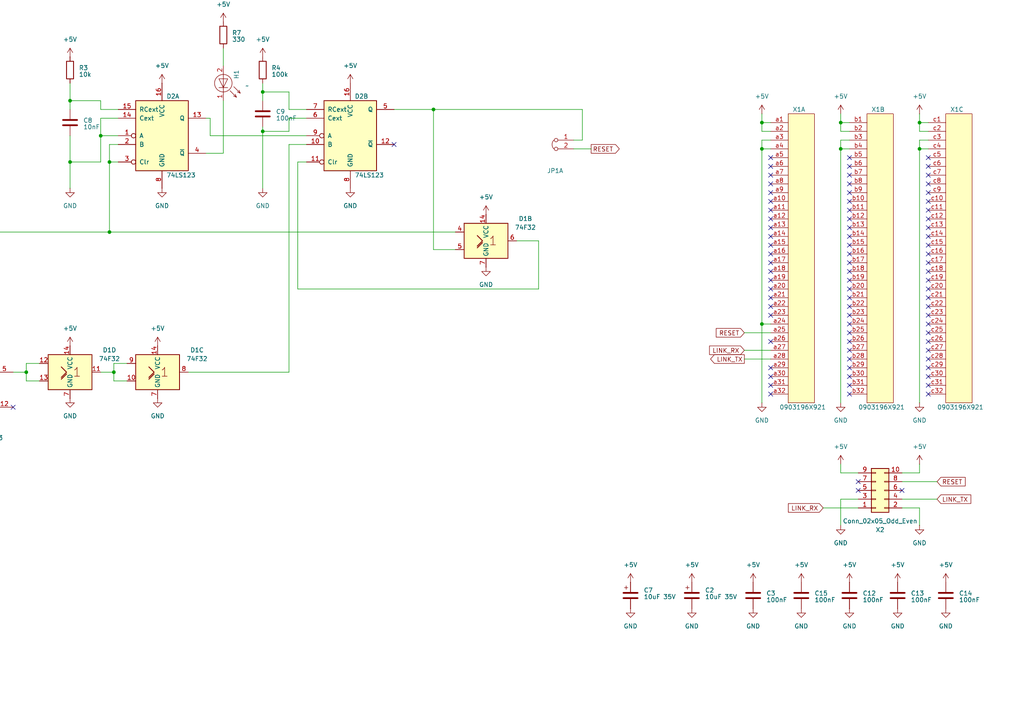
<source format=kicad_sch>
(kicad_sch (version 20250114) (generator "eeschema") (generator_version "9.0")
  (paper "A4")
  (title_block (title "TTC-LWL / BIFLLI") (company "H.GEORG GmbH"))
  (lib_symbols
    (symbol "Connector_Generic:Conn_02x05_Odd_Even" (pin_names (offset 1.016) (hide yes))
      (property "Reference" "J" (at 1.27 7.62 0))
      (property "Value" "Conn_02x05_Odd_Even" (at 1.27 -7.62 0))
      (symbol "Conn_02x05_Odd_Even_1_1"
        (pin passive line (at -5.08 5.08 0) (length 3.81) (name "Pin_1") (number "1"))
        (pin passive line (at -5.08 2.54 0) (length 3.81) (name "Pin_3") (number "3"))
        (pin passive line (at -5.08 0 0) (length 3.81) (name "Pin_5") (number "5"))
        (pin passive line (at -5.08 -2.54 0) (length 3.81) (name "Pin_7") (number "7"))
        (pin passive line (at -5.08 -5.08 0) (length 3.81) (name "Pin_9") (number "9"))
        (pin passive line (at 7.62 5.08 180) (length 3.81) (name "Pin_2") (number "2"))
        (pin passive line (at 7.62 2.54 180) (length 3.81) (name "Pin_4") (number "4"))
        (pin passive line (at 7.62 0 180) (length 3.81) (name "Pin_6") (number "6"))
        (pin passive line (at 7.62 -2.54 180) (length 3.81) (name "Pin_8") (number "8"))
        (pin passive line (at 7.62 -5.08 180) (length 3.81) (name "Pin_10") (number "10"))
      )
    )
    (symbol "Device:L" (pin_numbers (hide yes)) (pin_names (offset 1.016) (hide yes))
      (property "Reference" "L" (at -1.27 0 90))
      (property "Value" "L" (at 1.905 0 90))
      (symbol "L_1_1"
        (pin passive line (at 0 3.81 270) (length 1.27) (name "1") (number "1"))
        (pin passive line (at 0 -3.81 90) (length 1.27) (name "2") (number "2"))
      )
    )
    (symbol "Georg:0903196X921" (pin_names (hide yes))
      (property "Reference" "J" (at 0.762 1.27 0))
      (property "Value" "0903196X921" (at 3.81 -85.09 0))
      (symbol "0903196X921_1_0"
        (pin passive line (at -5.08 -2.54 0) (length 5.08) (name "a1") (number "a1"))
        (pin passive line (at -5.08 -5.08 0) (length 5.08) (name "a2") (number "a2"))
        (pin passive line (at -5.08 -7.62 0) (length 5.08) (name "a3") (number "a3"))
        (pin passive line (at -5.08 -10.16 0) (length 5.08) (name "a4") (number "a4"))
        (pin passive line (at -5.08 -12.7 0) (length 5.08) (name "a5") (number "a5"))
        (pin passive line (at -5.08 -15.24 0) (length 5.08) (name "a6") (number "a6"))
        (pin passive line (at -5.08 -17.78 0) (length 5.08) (name "a7") (number "a7"))
        (pin passive line (at -5.08 -20.32 0) (length 5.08) (name "a8") (number "a8"))
        (pin passive line (at -5.08 -22.86 0) (length 5.08) (name "a9") (number "a9"))
        (pin passive line (at -5.08 -25.4 0) (length 5.08) (name "a10") (number "a10"))
        (pin passive line (at -5.08 -27.94 0) (length 5.08) (name "a11") (number "a11"))
        (pin passive line (at -5.08 -30.48 0) (length 5.08) (name "a12") (number "a12"))
        (pin passive line (at -5.08 -33.02 0) (length 5.08) (name "a13") (number "a13"))
        (pin passive line (at -5.08 -35.56 0) (length 5.08) (name "a14") (number "a14"))
        (pin passive line (at -5.08 -38.1 0) (length 5.08) (name "a15") (number "a15"))
        (pin passive line (at -5.08 -40.64 0) (length 5.08) (name "a16") (number "a16"))
        (pin passive line (at -5.08 -43.18 0) (length 5.08) (name "a17") (number "a17"))
        (pin passive line (at -5.08 -45.72 0) (length 5.08) (name "a18") (number "a18"))
        (pin passive line (at -5.08 -48.26 0) (length 5.08) (name "a19") (number "a19"))
        (pin passive line (at -5.08 -50.8 0) (length 5.08) (name "a20") (number "a20"))
        (pin passive line (at -5.08 -53.34 0) (length 5.08) (name "a21") (number "a21"))
        (pin passive line (at -5.08 -55.88 0) (length 5.08) (name "a22") (number "a22"))
        (pin passive line (at -5.08 -58.42 0) (length 5.08) (name "a23") (number "a23"))
        (pin passive line (at -5.08 -60.96 0) (length 5.08) (name "a24") (number "a24"))
        (pin passive line (at -5.08 -63.5 0) (length 5.08) (name "a25") (number "a25"))
        (pin passive line (at -5.08 -66.04 0) (length 5.08) (name "a26") (number "a26"))
        (pin passive line (at -5.08 -68.58 0) (length 5.08) (name "a27") (number "a27"))
        (pin passive line (at -5.08 -71.12 0) (length 5.08) (name "a28") (number "a28"))
        (pin passive line (at -5.08 -73.66 0) (length 5.08) (name "a29") (number "a29"))
        (pin passive line (at -5.08 -76.2 0) (length 5.08) (name "a30") (number "a30"))
        (pin passive line (at -5.08 -78.74 0) (length 5.08) (name "a31") (number "a31"))
        (pin passive line (at -5.08 -81.28 0) (length 5.08) (name "a32") (number "a32"))
      )
      (symbol "0903196X921_2_0"
        (pin passive line (at -5.08 -2.54 0) (length 5.08) (name "b1") (number "b1"))
        (pin passive line (at -5.08 -5.08 0) (length 5.08) (name "b2") (number "b2"))
        (pin passive line (at -5.08 -7.62 0) (length 5.08) (name "b3") (number "b3"))
        (pin passive line (at -5.08 -10.16 0) (length 5.08) (name "b4") (number "b4"))
        (pin passive line (at -5.08 -12.7 0) (length 5.08) (name "b5") (number "b5"))
        (pin passive line (at -5.08 -15.24 0) (length 5.08) (name "b6") (number "b6"))
        (pin passive line (at -5.08 -17.78 0) (length 5.08) (name "b7") (number "b7"))
        (pin passive line (at -5.08 -20.32 0) (length 5.08) (name "b8") (number "b8"))
        (pin passive line (at -5.08 -22.86 0) (length 5.08) (name "b9") (number "b9"))
        (pin passive line (at -5.08 -25.4 0) (length 5.08) (name "b10") (number "b10"))
        (pin passive line (at -5.08 -27.94 0) (length 5.08) (name "b11") (number "b11"))
        (pin passive line (at -5.08 -30.48 0) (length 5.08) (name "b12") (number "b12"))
        (pin passive line (at -5.08 -33.02 0) (length 5.08) (name "b13") (number "b13"))
        (pin passive line (at -5.08 -35.56 0) (length 5.08) (name "b14") (number "b14"))
        (pin passive line (at -5.08 -38.1 0) (length 5.08) (name "b15") (number "b15"))
        (pin passive line (at -5.08 -40.64 0) (length 5.08) (name "b16") (number "b16"))
        (pin passive line (at -5.08 -43.18 0) (length 5.08) (name "b17") (number "b17"))
        (pin passive line (at -5.08 -45.72 0) (length 5.08) (name "b18") (number "b18"))
        (pin passive line (at -5.08 -48.26 0) (length 5.08) (name "b19") (number "b19"))
        (pin passive line (at -5.08 -50.8 0) (length 5.08) (name "b20") (number "b20"))
        (pin passive line (at -5.08 -53.34 0) (length 5.08) (name "b21") (number "b21"))
        (pin passive line (at -5.08 -55.88 0) (length 5.08) (name "b22") (number "b22"))
        (pin passive line (at -5.08 -58.42 0) (length 5.08) (name "b23") (number "b23"))
        (pin passive line (at -5.08 -60.96 0) (length 5.08) (name "b24") (number "b24"))
        (pin passive line (at -5.08 -63.5 0) (length 5.08) (name "b25") (number "b25"))
        (pin passive line (at -5.08 -66.04 0) (length 5.08) (name "b26") (number "b26"))
        (pin passive line (at -5.08 -68.58 0) (length 5.08) (name "b26") (number "b27"))
        (pin passive line (at -5.08 -71.12 0) (length 5.08) (name "b28") (number "b28"))
        (pin passive line (at -5.08 -73.66 0) (length 5.08) (name "b29") (number "b29"))
        (pin passive line (at -5.08 -76.2 0) (length 5.08) (name "b30") (number "b30"))
        (pin passive line (at -5.08 -78.74 0) (length 5.08) (name "b31") (number "b31"))
        (pin passive line (at -5.08 -81.28 0) (length 5.08) (name "b32") (number "b32"))
      )
      (symbol "0903196X921_3_0"
        (pin passive line (at -5.08 -2.54 0) (length 5.08) (name "c1") (number "c1"))
        (pin passive line (at -5.08 -5.08 0) (length 5.08) (name "c2") (number "c2"))
        (pin passive line (at -5.08 -7.62 0) (length 5.08) (name "c3") (number "c3"))
        (pin passive line (at -5.08 -10.16 0) (length 5.08) (name "c4") (number "c4"))
        (pin passive line (at -5.08 -12.7 0) (length 5.08) (name "c5") (number "c5"))
        (pin passive line (at -5.08 -15.24 0) (length 5.08) (name "c6") (number "c6"))
        (pin passive line (at -5.08 -17.78 0) (length 5.08) (name "c7") (number "c7"))
        (pin passive line (at -5.08 -20.32 0) (length 5.08) (name "c8") (number "c8"))
        (pin passive line (at -5.08 -22.86 0) (length 5.08) (name "c9") (number "c9"))
        (pin passive line (at -5.08 -25.4 0) (length 5.08) (name "c10") (number "c10"))
        (pin passive line (at -5.08 -27.94 0) (length 5.08) (name "c11") (number "c11"))
        (pin passive line (at -5.08 -30.48 0) (length 5.08) (name "c12") (number "c12"))
        (pin passive line (at -5.08 -33.02 0) (length 5.08) (name "c13") (number "c13"))
        (pin passive line (at -5.08 -35.56 0) (length 5.08) (name "c14") (number "c14"))
        (pin passive line (at -5.08 -38.1 0) (length 5.08) (name "c15") (number "c15"))
        (pin passive line (at -5.08 -40.64 0) (length 5.08) (name "c16") (number "c16"))
        (pin passive line (at -5.08 -43.18 0) (length 5.08) (name "c17") (number "c17"))
        (pin passive line (at -5.08 -45.72 0) (length 5.08) (name "c18") (number "c18"))
        (pin passive line (at -5.08 -48.26 0) (length 5.08) (name "c19") (number "c19"))
        (pin passive line (at -5.08 -50.8 0) (length 5.08) (name "c20") (number "c20"))
        (pin passive line (at -5.08 -53.34 0) (length 5.08) (name "c21") (number "c21"))
        (pin passive line (at -5.08 -55.88 0) (length 5.08) (name "c22") (number "c22"))
        (pin passive line (at -5.08 -58.42 0) (length 5.08) (name "c23") (number "c23"))
        (pin passive line (at -5.08 -60.96 0) (length 5.08) (name "c24") (number "c24"))
        (pin passive line (at -5.08 -63.5 0) (length 5.08) (name "c25") (number "c25"))
        (pin passive line (at -5.08 -66.04 0) (length 5.08) (name "c26") (number "c26"))
        (pin passive line (at -5.08 -68.58 0) (length 5.08) (name "c27") (number "c27"))
        (pin passive line (at -5.08 -71.12 0) (length 5.08) (name "c28") (number "c28"))
        (pin passive line (at -5.08 -73.66 0) (length 5.08) (name "c29") (number "c29"))
        (pin passive line (at -5.08 -76.2 0) (length 5.08) (name "c30") (number "c30"))
        (pin passive line (at -5.08 -78.74 0) (length 5.08) (name "c31") (number "c31"))
        (pin passive line (at -5.08 -81.28 0) (length 5.08) (name "c32") (number "c32"))
      )
    )
    (symbol "Georg:555-2301"
      (property "Reference" "V" (at -2.54 -1.27 0))
      (symbol "555-2301_1_0"
        (pin passive line (at -5.08 -5.08 0) (length 2.54) (name "") (number "2"))
        (pin passive line (at 5.08 -5.08 180) (length 2.54) (name "") (number "1"))
      )
    )
    (symbol "Georg:74F32"
      (property "Reference" "D" (at 2.54 6.35 0))
      (property "Value" "74F32" (at 3.81 -6.604 0))
      (symbol "74F32_0_1"
        (text "1" (at 2.032 0 0) (effects (font (size 2.54 2.54))))
        (pin power_in line (at 0 7.62 270) (length 2.54) (name "VCC") (number "14"))
        (pin power_in line (at 0 -7.62 90) (length 2.54) (name "GND") (number "7"))
      )
      (symbol "74F32_1_1"
        (pin input line (at -8.89 2.54 0) (length 2.54) (name "~") (number "1"))
        (pin input line (at -8.89 -2.54 0) (length 2.54) (name "~") (number "2"))
        (pin output line (at 8.89 0 180) (length 2.54) (name "~") (number "3"))
      )
      (symbol "74F32_2_1"
        (pin input line (at -8.89 2.54 0) (length 2.54) (name "~") (number "4"))
        (pin input line (at -8.89 -2.54 0) (length 2.54) (name "~") (number "5"))
        (pin output line (at 8.89 0 180) (length 2.54) (name "~") (number "6"))
      )
      (symbol "74F32_3_1"
        (pin input line (at -8.89 2.54 0) (length 2.54) (name "~") (number "9"))
        (pin input line (at -8.89 -2.54 0) (length 2.54) (name "~") (number "10"))
        (pin output line (at 8.89 0 180) (length 2.54) (name "~") (number "8"))
      )
      (symbol "74F32_4_1"
        (pin input line (at -8.89 2.54 0) (length 2.54) (name "~") (number "12"))
        (pin input line (at -8.89 -2.54 0) (length 2.54) (name "~") (number "13"))
        (pin output line (at 8.89 0 180) (length 2.54) (name "~") (number "11"))
      )
    )
    (symbol "Georg:74LS123" (pin_names (offset 1.016))
      (property "Reference" "D" (at 1.27 8.89 0))
      (property "Value" "74LS123" (at 1.27 -13.97 0))
      (symbol "74LS123_0_0"
        (pin power_in line (at 0 12.7 270) (length 5.08) (name "VCC") (number "16"))
        (pin power_in line (at 0 -17.78 90) (length 5.08) (name "GND") (number "8"))
      )
      (symbol "74LS123_1_0"
        (pin input line (at -12.7 5.08 0) (length 5.08) (name "RCext") (number "15"))
        (pin input line (at -12.7 2.54 0) (length 5.08) (name "Cext") (number "14"))
        (pin input inverted (at -12.7 -2.54 0) (length 5.08) (name "A") (number "1"))
        (pin input line (at -12.7 -5.08 0) (length 5.08) (name "B") (number "2"))
        (pin input inverted (at -12.7 -10.16 0) (length 5.08) (name "Clr") (number "3"))
        (pin output line (at 12.7 2.54 180) (length 5.08) (name "Q") (number "13"))
        (pin output line (at 12.7 -7.62 180) (length 5.08) (name "~{Q}") (number "4"))
      )
      (symbol "74LS123_2_0"
        (pin input line (at -12.7 5.08 0) (length 5.08) (name "RCext") (number "7"))
        (pin input line (at -12.7 2.54 0) (length 5.08) (name "Cext") (number "6"))
        (pin input inverted (at -12.7 -2.54 0) (length 5.08) (name "A") (number "9"))
        (pin input line (at -12.7 -5.08 0) (length 5.08) (name "B") (number "10"))
        (pin input inverted (at -12.7 -10.16 0) (length 5.08) (name "Clr") (number "11"))
        (pin output line (at 12.7 5.08 180) (length 5.08) (name "Q") (number "5"))
        (pin output line (at 12.7 -5.08 180) (length 5.08) (name "~{Q}") (number "12"))
      )
    )
    (symbol "Georg:CP_5.08mm" (pin_numbers (hide yes)) (pin_names (offset 0.254))
      (property "Reference" "C" (at 0.635 2.54 0))
      (symbol "CP_5.08mm_1_1"
        (pin passive line (at 0 3.81 270) (length 2.794) (name "~") (number "1"))
        (pin passive line (at 0 -3.81 90) (length 2.794) (name "~") (number "2"))
      )
    )
    (symbol "Georg:C_2.54mm" (pin_numbers (hide yes)) (pin_names (offset 0.254))
      (property "Reference" "C" (at 0.635 2.54 0))
      (symbol "C_2.54mm_1_1"
        (pin passive line (at 0 3.81 270) (length 2.794) (name "~") (number "1"))
        (pin passive line (at 0 -3.81 90) (length 2.794) (name "~") (number "2"))
      )
    )
    (symbol "Georg:Jumper_5" (pin_names (offset 0) (hide yes))
      (property "Reference" "JP" (at 0 2.54 0))
      (symbol "Jumper_5_1_1"
        (pin passive line (at -1.27 -5.08 90) (length 4.445) (name "A") (number "1"))
        (pin passive line (at 1.27 -5.08 90) (length 4.445) (name "C") (number "2"))
      )
      (symbol "Jumper_5_2_0"
        (pin passive line (at 0 -5.08 90) (length 4.445) (name "D") (number "4"))
        (pin passive line (at 0 -5.08 90) (length 4.445) (name "D") (number "4"))
        (pin passive line (at 2.54 -5.08 90) (length 4.445) (name "E") (number "5"))
        (pin passive line (at 2.54 -5.08 90) (length 4.445) (name "E") (number "5"))
      )
      (symbol "Jumper_5_2_1"
        (pin passive line (at -2.54 -5.08 90) (length 4.445) (name "B") (number "3"))
        (pin passive line (at -2.54 -5.08 90) (length 4.445) (name "B") (number "3"))
      )
    )
    (symbol "Georg:R_10.16mm" (pin_numbers (hide yes)) (pin_names (offset 0.254) (hide yes))
      (property "Reference" "R" (at 1.27 0 0))
      (symbol "R_10.16mm_1_1"
        (pin passive line (at 0 3.81 270) (length 1.27) (name "~") (number "2"))
        (pin passive line (at 0 -3.81 90) (length 1.27) (name "~") (number "1"))
      )
    )
    (symbol "Georg:TORX194"
      (property "Reference" "U" (at 0 0 0))
      (property "Value" "TORX194" (at 0 -17.78 0))
      (symbol "TORX194_0_0"
        (pin unspecified line (at -6.35 -2.54 0) (length 2.54) (name "OUTPUT") (number "1"))
        (pin unspecified line (at -6.35 -5.08 0) (length 2.54) (name "GND1") (number "2"))
        (pin unspecified line (at -6.35 -7.62 0) (length 2.54) (name "VCC") (number "3"))
        (pin unspecified line (at -6.35 -10.16 0) (length 2.54) (name "GND2") (number "4"))
        (pin unspecified line (at -6.35 -12.7 0) (length 2.54) (name "CASE") (number "5"))
        (pin unspecified line (at -6.35 -15.24 0) (length 2.54) (name "CASE") (number "6"))
      )
    )
    (symbol "Georg:TOTX195"
      (property "Reference" "U" (at 0 0 0))
      (property "Value" "TOTX195" (at 0 -17.78 0))
      (symbol "TOTX195_0_0"
        (pin unspecified line (at -6.35 -2.54 0) (length 2.54) (name "GND") (number "1"))
        (pin unspecified line (at -6.35 -5.08 0) (length 2.54) (name "R_LIMIT") (number "2"))
        (pin unspecified line (at -6.35 -7.62 0) (length 2.54) (name "VCC") (number "3"))
        (pin unspecified line (at -6.35 -10.16 0) (length 2.54) (name "INPUT") (number "4"))
        (pin unspecified line (at -6.35 -12.7 0) (length 2.54) (name "NC") (number "5"))
        (pin unspecified line (at -6.35 -15.24 0) (length 2.54) (name "NC") (number "6"))
      )
    )
    (symbol "power:+5V" (power) (pin_numbers (hide yes)) (pin_names (offset 0) (hide yes))
      (property "Value" "+5V" (at 0 3.556 0))
      (symbol "+5V_1_1"
        (pin power_in line (at 0 0 90) (length 0) (name "~") (number "1"))
      )
    )
    (symbol "power:GND" (power) (pin_numbers (hide yes)) (pin_names (offset 0) (hide yes))
      (property "Value" "GND" (at 0 -3.81 0))
      (symbol "GND_1_1"
        (pin power_in line (at 0 0 270) (length 0) (name "~") (number "1"))
      )
    )
  )
  (junction (at -48.26 77.47))
  (junction (at 220.98 43.18))
  (junction (at 266.7 35.56))
  (junction (at 220.98 35.56))
  (junction (at -24.13 67.31))
  (junction (at 20.32 46.99))
  (junction (at 33.02 107.95))
  (junction (at -27.94 115.57))
  (junction (at 20.32 29.21))
  (junction (at 266.7 43.18))
  (junction (at 7.62 107.95))
  (junction (at -17.78 67.31))
  (junction (at 220.98 93.98))
  (junction (at 76.2 38.1))
  (junction (at 243.84 43.18))
  (junction (at -48.26 80.01))
  (junction (at -40.64 107.95))
  (junction (at 31.75 46.99))
  (junction (at 53.34 238.76))
  (junction (at -24.13 118.11))
  (junction (at 29.21 39.37))
  (junction (at -48.26 74.93))
  (junction (at -38.1 72.39))
  (junction (at 243.84 35.56))
  (junction (at 31.75 67.31))
  (junction (at 125.73 31.75))
  (junction (at 40.64 231.14))
  (junction (at 76.2 26.67))
  (no_connect (at 269.24 114.3))
  (no_connect (at 246.38 114.3))
  (no_connect (at 269.24 88.9))
  (no_connect (at 269.24 73.66))
  (no_connect (at 269.24 109.22))
  (no_connect (at 246.38 71.12))
  (no_connect (at 223.52 111.76))
  (no_connect (at 246.38 68.58))
  (no_connect (at 223.52 50.8))
  (no_connect (at 151.13 233.68))
  (no_connect (at 246.38 111.76))
  (no_connect (at 246.38 58.42))
  (no_connect (at 246.38 53.34))
  (no_connect (at 223.52 83.82))
  (no_connect (at 269.24 53.34))
  (no_connect (at 246.38 81.28))
  (no_connect (at 88.9 243.84))
  (no_connect (at 269.24 66.04))
  (no_connect (at 246.38 88.9))
  (no_connect (at 223.52 99.06))
  (no_connect (at 223.52 91.44))
  (no_connect (at 3.81 118.11))
  (no_connect (at 269.24 104.14))
  (no_connect (at 261.62 142.24))
  (no_connect (at 269.24 106.68))
  (no_connect (at 223.52 60.96))
  (no_connect (at 223.52 71.12))
  (no_connect (at 269.24 68.58))
  (no_connect (at 246.38 83.82))
  (no_connect (at 269.24 83.82))
  (no_connect (at 246.38 48.26))
  (no_connect (at 246.38 104.14))
  (no_connect (at 246.38 86.36))
  (no_connect (at 246.38 93.98))
  (no_connect (at 223.52 88.9))
  (no_connect (at 223.52 78.74))
  (no_connect (at 269.24 93.98))
  (no_connect (at 246.38 101.6))
  (no_connect (at 269.24 58.42))
  (no_connect (at 223.52 45.72))
  (no_connect (at 223.52 81.28))
  (no_connect (at 269.24 63.5))
  (no_connect (at 114.3 41.91))
  (no_connect (at 223.52 76.2))
  (no_connect (at 248.92 142.24))
  (no_connect (at 269.24 50.8))
  (no_connect (at 248.92 139.7))
  (no_connect (at 269.24 96.52))
  (no_connect (at 269.24 78.74))
  (no_connect (at 246.38 60.96))
  (no_connect (at 269.24 91.44))
  (no_connect (at 223.52 66.04))
  (no_connect (at 269.24 60.96))
  (no_connect (at 269.24 86.36))
  (no_connect (at 223.52 106.68))
  (no_connect (at 223.52 114.3))
  (no_connect (at 223.52 58.42))
  (no_connect (at 269.24 45.72))
  (no_connect (at 246.38 76.2))
  (no_connect (at 223.52 55.88))
  (no_connect (at 246.38 55.88))
  (no_connect (at 246.38 66.04))
  (no_connect (at 223.52 86.36))
  (no_connect (at 246.38 91.44))
  (no_connect (at 246.38 106.68))
  (no_connect (at 246.38 109.22))
  (no_connect (at 269.24 71.12))
  (no_connect (at 246.38 45.72))
  (no_connect (at 269.24 48.26))
  (no_connect (at 246.38 99.06))
  (no_connect (at 246.38 73.66))
  (no_connect (at 223.52 68.58))
  (no_connect (at 223.52 73.66))
  (no_connect (at 269.24 55.88))
  (no_connect (at 269.24 99.06))
  (no_connect (at 223.52 63.5))
  (no_connect (at 269.24 81.28))
  (no_connect (at 223.52 48.26))
  (no_connect (at 223.52 109.22))
  (no_connect (at 53.34 275.59))
  (no_connect (at 269.24 101.6))
  (no_connect (at 246.38 96.52))
  (no_connect (at 246.38 63.5))
  (no_connect (at 223.52 53.34))
  (no_connect (at 151.13 231.14))
  (no_connect (at 269.24 111.76))
  (no_connect (at 246.38 78.74))
  (no_connect (at 246.38 50.8))
  (no_connect (at 269.24 76.2))
  (wire (pts (xy -27.94 135.89) (xy -27.94 115.57)))
  (wire (pts (xy 20.32 39.37) (xy 20.32 46.99)))
  (wire (pts (xy 168.91 31.75) (xy 125.73 31.75)))
  (wire (pts (xy -27.94 115.57) (xy -27.94 110.49)))
  (wire (pts (xy 34.29 31.75) (xy 29.21 31.75)))
  (wire (pts (xy 88.9 46.99) (xy 86.36 46.99)))
  (wire (pts (xy 76.2 38.1) (xy 83.82 38.1)))
  (wire (pts (xy 266.7 147.32) (xy 266.7 152.4)))
  (wire (pts (xy -24.13 118.11) (xy -24.13 123.19)))
  (wire (pts (xy 140.97 241.3) (xy 151.13 241.3)))
  (wire (pts (xy 53.34 233.68) (xy 63.5 233.68)))
  (wire (pts (xy 60.96 39.37) (xy 60.96 34.29)))
  (wire (pts (xy -48.26 80.01) (xy -48.26 82.55)))
  (wire (pts (xy 102.87 238.76) (xy 109.22 238.76)))
  (wire (pts (xy 83.82 34.29) (xy 83.82 38.1)))
  (wire (pts (xy 31.75 67.31) (xy 132.08 67.31)))
  (wire (pts (xy -40.64 107.95) (xy -21.59 107.95)))
  (wire (pts (xy 11.43 105.41) (xy 7.62 105.41)))
  (wire (pts (xy 64.77 13.97) (xy 64.77 19.05)))
  (wire (pts (xy 261.62 139.7) (xy 271.78 139.7)))
  (wire (pts (xy 220.98 40.64) (xy 220.98 43.18)))
  (wire (pts (xy 220.98 35.56) (xy 220.98 38.1)))
  (wire (pts (xy -50.8 69.85) (xy -48.26 69.85)))
  (wire (pts (xy 20.32 24.13) (xy 20.32 29.21)))
  (wire (pts (xy 53.34 238.76) (xy 63.5 238.76)))
  (wire (pts (xy 266.7 43.18) (xy 269.24 43.18)))
  (wire (pts (xy 243.84 137.16) (xy 248.92 137.16)))
  (wire (pts (xy 261.62 147.32) (xy 266.7 147.32)))
  (wire (pts (xy 223.52 40.64) (xy 220.98 40.64)))
  (wire (pts (xy 168.91 40.64) (xy 168.91 31.75)))
  (wire (pts (xy 266.7 134.62) (xy 266.7 137.16)))
  (wire (pts (xy 243.84 35.56) (xy 243.84 33.02)))
  (wire (pts (xy 147.32 226.06) (xy 147.32 238.76)))
  (wire (pts (xy 156.21 69.85) (xy 149.86 69.85)))
  (wire (pts (xy 114.3 31.75) (xy 125.73 31.75)))
  (wire (pts (xy 31.75 41.91) (xy 31.75 46.99)))
  (wire (pts (xy 29.21 39.37) (xy 29.21 46.99)))
  (wire (pts (xy 29.21 34.29) (xy 34.29 34.29)))
  (wire (pts (xy 57.15 246.38) (xy 63.5 246.38)))
  (wire (pts (xy 266.7 43.18) (xy 266.7 116.84)))
  (wire (pts (xy 53.34 238.76) (xy 53.34 233.68)))
  (wire (pts (xy 243.84 43.18) (xy 246.38 43.18)))
  (wire (pts (xy 40.64 229.87) (xy 40.64 231.14)))
  (wire (pts (xy 88.9 34.29) (xy 83.82 34.29)))
  (wire (pts (xy 86.36 46.99) (xy 86.36 83.82)))
  (wire (pts (xy -12.7 72.39) (xy -17.78 72.39)))
  (wire (pts (xy 64.77 44.45) (xy 59.69 44.45)))
  (wire (pts (xy 7.62 107.95) (xy 7.62 105.41)))
  (wire (pts (xy 76.2 26.67) (xy 76.2 29.21)))
  (wire (pts (xy 20.32 46.99) (xy 20.32 54.61)))
  (wire (pts (xy 86.36 83.82) (xy 156.21 83.82)))
  (wire (pts (xy -50.8 72.39) (xy -38.1 72.39)))
  (wire (pts (xy 261.62 144.78) (xy 271.78 144.78)))
  (wire (pts (xy 223.52 38.1) (xy 220.98 38.1)))
  (wire (pts (xy 54.61 107.95) (xy 83.82 107.95)))
  (wire (pts (xy 31.75 46.99) (xy 31.75 67.31)))
  (wire (pts (xy -27.94 110.49) (xy -21.59 110.49)))
  (wire (pts (xy 220.98 93.98) (xy 220.98 116.84)))
  (wire (pts (xy 29.21 39.37) (xy 34.29 39.37)))
  (wire (pts (xy 76.2 38.1) (xy 76.2 54.61)))
  (wire (pts (xy 166.37 43.18) (xy 171.45 43.18)))
  (wire (pts (xy 7.62 110.49) (xy 11.43 110.49)))
  (wire (pts (xy 127 236.22) (xy 151.13 236.22)))
  (wire (pts (xy -50.8 80.01) (xy -48.26 80.01)))
  (wire (pts (xy 53.34 273.05) (xy 55.88 273.05)))
  (wire (pts (xy 60.96 39.37) (xy 88.9 39.37)))
  (wire (pts (xy 57.15 222.25) (xy 57.15 246.38)))
  (wire (pts (xy -48.26 77.47) (xy -48.26 80.01)))
  (wire (pts (xy -48.26 74.93) (xy -48.26 77.47)))
  (wire (pts (xy -27.94 115.57) (xy -21.59 115.57)))
  (wire (pts (xy -21.59 118.11) (xy -24.13 118.11)))
  (wire (pts (xy 246.38 38.1) (xy 243.84 38.1)))
  (wire (pts (xy -17.78 67.31) (xy -17.78 72.39)))
  (wire (pts (xy 238.76 147.32) (xy 248.92 147.32)))
  (wire (pts (xy 266.7 35.56) (xy 269.24 35.56)))
  (wire (pts (xy 83.82 41.91) (xy 88.9 41.91)))
  (wire (pts (xy 140.97 233.68) (xy 140.97 241.3)))
  (wire (pts (xy 76.2 36.83) (xy 76.2 38.1)))
  (wire (pts (xy 125.73 31.75) (xy 125.73 72.39)))
  (wire (pts (xy 33.02 110.49) (xy 33.02 107.95)))
  (wire (pts (xy 3.81 107.95) (xy 7.62 107.95)))
  (wire (pts (xy 31.75 46.99) (xy 34.29 46.99)))
  (wire (pts (xy 125.73 72.39) (xy 132.08 72.39)))
  (wire (pts (xy 20.32 46.99) (xy 29.21 46.99)))
  (wire (pts (xy 266.7 38.1) (xy 266.7 35.56)))
  (wire (pts (xy 83.82 26.67) (xy 76.2 26.67)))
  (wire (pts (xy -40.64 106.68) (xy -40.64 107.95)))
  (wire (pts (xy 269.24 40.64) (xy 266.7 40.64)))
  (wire (pts (xy -38.1 72.39) (xy -38.1 73.66)))
  (wire (pts (xy -50.8 77.47) (xy -48.26 77.47)))
  (wire (pts (xy 243.84 38.1) (xy 243.84 35.56)))
  (wire (pts (xy -38.1 81.28) (xy -38.1 82.55)))
  (wire (pts (xy -38.1 53.34) (xy -38.1 55.88)))
  (wire (pts (xy 220.98 43.18) (xy 223.52 43.18)))
  (wire (pts (xy 88.9 233.68) (xy 109.22 233.68)))
  (wire (pts (xy 40.64 231.14) (xy 40.64 243.84)))
  (wire (pts (xy 215.9 96.52) (xy 223.52 96.52)))
  (wire (pts (xy 243.84 144.78) (xy 248.92 144.78)))
  (wire (pts (xy 33.02 107.95) (xy 29.21 107.95)))
  (wire (pts (xy 40.64 231.14) (xy 63.5 231.14)))
  (wire (pts (xy -24.13 67.31) (xy -17.78 67.31)))
  (wire (pts (xy 53.34 251.46) (xy 53.34 238.76)))
  (wire (pts (xy 147.32 243.84) (xy 151.13 243.84)))
  (wire (pts (xy 33.02 105.41) (xy 33.02 107.95)))
  (wire (pts (xy 246.38 40.64) (xy 243.84 40.64)))
  (wire (pts (xy 7.62 110.49) (xy 7.62 107.95)))
  (wire (pts (xy -40.64 107.95) (xy -40.64 128.27)))
  (wire (pts (xy 83.82 31.75) (xy 83.82 26.67)))
  (wire (pts (xy 20.32 29.21) (xy 20.32 31.75)))
  (wire (pts (xy 243.84 134.62) (xy 243.84 137.16)))
  (wire (pts (xy -17.78 67.31) (xy 31.75 67.31)))
  (wire (pts (xy 76.2 26.67) (xy 76.2 24.13)))
  (wire (pts (xy 60.96 34.29) (xy 59.69 34.29)))
  (wire (pts (xy 243.84 35.56) (xy 246.38 35.56)))
  (wire (pts (xy -38.1 63.5) (xy -38.1 72.39)))
  (wire (pts (xy 88.9 31.75) (xy 83.82 31.75)))
  (wire (pts (xy 29.21 29.21) (xy 29.21 31.75)))
  (wire (pts (xy 243.84 40.64) (xy 243.84 43.18)))
  (wire (pts (xy -50.8 74.93) (xy -48.26 74.93)))
  (wire (pts (xy 266.7 137.16) (xy 261.62 137.16)))
  (wire (pts (xy 215.9 104.14) (xy 223.52 104.14)))
  (wire (pts (xy 220.98 35.56) (xy 220.98 33.02)))
  (wire (pts (xy 59.69 241.3) (xy 63.5 241.3)))
  (wire (pts (xy 83.82 107.95) (xy 83.82 41.91)))
  (wire (pts (xy 64.77 29.21) (xy 64.77 44.45)))
  (wire (pts (xy 20.32 29.21) (xy 29.21 29.21)))
  (wire (pts (xy 266.7 40.64) (xy 266.7 43.18)))
  (wire (pts (xy 166.37 40.64) (xy 168.91 40.64)))
  (wire (pts (xy -50.8 67.31) (xy -24.13 67.31)))
  (wire (pts (xy 36.83 105.41) (xy 33.02 105.41)))
  (wire (pts (xy 215.9 101.6) (xy 223.52 101.6)))
  (wire (pts (xy -24.13 53.34) (xy -24.13 55.88)))
  (wire (pts (xy 243.84 152.4) (xy 243.84 144.78)))
  (wire (pts (xy -48.26 69.85) (xy -48.26 74.93)))
  (wire (pts (xy -24.13 123.19) (xy -21.59 123.19)))
  (wire (pts (xy 243.84 43.18) (xy 243.84 116.84)))
  (wire (pts (xy 55.88 273.05) (xy 55.88 278.13)))
  (wire (pts (xy 29.21 34.29) (xy 29.21 39.37)))
  (wire (pts (xy 53.34 270.51) (xy 59.69 270.51)))
  (wire (pts (xy 147.32 238.76) (xy 151.13 238.76)))
  (wire (pts (xy -24.13 63.5) (xy -24.13 67.31)))
  (wire (pts (xy 220.98 43.18) (xy 220.98 93.98)))
  (wire (pts (xy 220.98 93.98) (xy 223.52 93.98)))
  (wire (pts (xy 266.7 35.56) (xy 266.7 33.02)))
  (wire (pts (xy 36.83 110.49) (xy 33.02 110.49)))
  (wire (pts (xy 59.69 241.3) (xy 59.69 270.51)))
  (wire (pts (xy -49.53 118.11) (xy -24.13 118.11)))
  (wire (pts (xy 269.24 38.1) (xy 266.7 38.1)))
  (wire (pts (xy 156.21 83.82) (xy 156.21 69.85)))
  (wire (pts (xy 223.52 35.56) (xy 220.98 35.56)))
  (wire (pts (xy 34.29 41.91) (xy 31.75 41.91)))
  (wire (pts (xy 147.32 246.38) (xy 147.32 243.84)))
  (global_label "RESET" (shape output) (at 171.45 43.18 0) (property "Intersheetrefs" "${INTERSHEET_REFS}" (effects (hide yes))))
  (global_label "LINK_RX" (shape input) (at 215.9 101.6 180) (property "Intersheetrefs" "${INTERSHEET_REFS}" (effects (hide yes))))
  (global_label "RESET" (shape input) (at 215.9 96.52 180) (property "Intersheetrefs" "${INTERSHEET_REFS}" (effects (hide yes))))
  (global_label "LINK_RX" (shape output) (at -12.7 72.39 0) (property "Intersheetrefs" "${INTERSHEET_REFS}" (effects (hide yes))))
  (global_label "LINK_RX" (shape input) (at -49.53 118.11 180) (property "Intersheetrefs" "${INTERSHEET_REFS}" (effects (hide yes))))
  (global_label "LINK_TX" (shape output) (at 215.9 104.14 180) (property "Intersheetrefs" "${INTERSHEET_REFS}" (effects (hide yes))))
  (global_label "RESET" (shape input) (at 271.78 139.7 0) (property "Intersheetrefs" "${INTERSHEET_REFS}" (effects (hide yes))))
  (global_label "LINK_TX" (shape input) (at 102.87 238.76 180) (property "Intersheetrefs" "${INTERSHEET_REFS}" (effects (hide yes))))
  (global_label "LINK_TX" (shape input) (at 271.78 144.78 0) (property "Intersheetrefs" "${INTERSHEET_REFS}" (effects (hide yes))))
  (global_label "LINK_RX" (shape input) (at 238.76 147.32 180) (property "Intersheetrefs" "${INTERSHEET_REFS}" (effects (hide yes))))
  (symbol (lib_id "Georg:TOTX195") (at 157.48 246.38 0) (mirror x) (unit 1)
    (property "Reference" "U2" (at 158.115 250.19 0))
    (property "Value" "TOTX195" (at 158.115 247.65 0))
  )
  (symbol (lib_id "power:GND") (at 101.6 54.61 0) (unit 1)
    (property "Reference" "#PWR016" (effects (hide yes)))
    (property "Value" "GND" (at 101.6 59.69 0))
    (property "Description" "Power symbol creates a global label with name \"GND\" , ground" (effects (hide yes)))
  )
  (symbol (lib_id "power:GND") (at 46.99 54.61 0) (unit 1)
    (property "Reference" "#PWR09" (effects (hide yes)))
    (property "Value" "GND" (at 46.99 59.69 0))
    (property "Description" "Power symbol creates a global label with name \"GND\" , ground" (effects (hide yes)))
  )
  (symbol (lib_id "power:GND") (at 246.38 176.53 0) (unit 1)
    (property "Reference" "#PWR045" (effects (hide yes)))
    (property "Value" "GND" (at 246.38 181.61 0))
    (property "Description" "Power symbol creates a global label with name \"GND\" , ground" (effects (hide yes)))
  )
  (symbol (lib_id "power:+5V") (at 45.72 100.33 0) (unit 1)
    (property "Reference" "#PWR022" (effects (hide yes)))
    (property "Value" "+5V" (at 45.72 95.25 0))
    (property "Description" "Power symbol creates a global label with name \"+5V\"" (effects (hide yes)))
  )
  (symbol (lib_id "power:+5V") (at 246.38 168.91 0) (unit 1)
    (property "Reference" "#PWR044" (effects (hide yes)))
    (property "Value" "+5V" (at 246.38 163.83 0))
    (property "Description" "Power symbol creates a global label with name \"+5V\"" (effects (hide yes)))
  )
  (symbol (lib_id "power:GND") (at -27.94 135.89 0) (unit 1)
    (property "Reference" "#PWR056" (effects (hide yes)))
    (property "Value" "GND" (at -27.94 140.97 0))
    (property "Description" "Power symbol creates a global label with name \"GND\" , ground" (effects (hide yes)))
  )
  (symbol (lib_id "power:GND") (at 140.97 77.47 0) (unit 1)
    (property "Reference" "#PWR058" (effects (hide yes)))
    (property "Value" "GND" (at 140.97 82.55 0))
    (property "Description" "Power symbol creates a global label with name \"GND\" , ground" (effects (hide yes)))
  )
  (symbol (lib_id "power:GND") (at 45.72 115.57 0) (unit 1)
    (property "Reference" "#PWR019" (effects (hide yes)))
    (property "Value" "GND" (at 45.72 120.65 0))
    (property "Description" "Power symbol creates a global label with name \"GND\" , ground" (effects (hide yes)))
  )
  (symbol (lib_id "power:GND") (at 260.35 176.53 0) (unit 1)
    (property "Reference" "#PWR047" (effects (hide yes)))
    (property "Value" "GND" (at 260.35 181.61 0))
    (property "Description" "Power symbol creates a global label with name \"GND\" , ground" (effects (hide yes)))
  )
  (symbol (lib_id "Georg:555-2301") (at 69.85 24.13 270) (unit 1)
    (property "Reference" "H1" (at 68.58 21.59 0))
    (property "Value" "~" (at 71.12 24.892 90) (effects (justify left)))
    (property "Footprint" "tpu:555-2x01" (effects (hide yes)))
    (property "Description" "led green" (effects (hide yes)))
  )
  (symbol (lib_id "power:+5V") (at 182.88 168.91 0) (unit 1)
    (property "Reference" "#PWR040" (effects (hide yes)))
    (property "Value" "+5V" (at 182.88 163.83 0))
    (property "Description" "Power symbol creates a global label with name \"+5V\"" (effects (hide yes)))
  )
  (symbol (lib_id "Device:L") (at -38.1 59.69 0) (unit 1)
    (property "Reference" "L1" (at -36.83 58.4199 0) (effects (justify left)))
    (property "Value" "L" (at -36.83 60.9599 0) (effects (justify left)))
    (property "Description" "Inductor" (effects (hide yes)))
  )
  (symbol (lib_id "power:+5V") (at 20.32 100.33 0) (unit 1)
    (property "Reference" "#PWR021" (effects (hide yes)))
    (property "Value" "+5V" (at 20.32 95.25 0))
    (property "Description" "Power symbol creates a global label with name \"+5V\"" (effects (hide yes)))
  )
  (symbol (lib_id "Georg:C_2.54mm") (at -38.1 77.47 0) (unit 1)
    (property "Reference" "C1" (at -34.29 76.8349 0) (effects (justify left)))
    (property "Value" "~" (at -34.29 78.74 0) (effects (justify left)))
    (property "Footprint" "Georg:C_2.54mm" (effects (hide yes)))
  )
  (symbol (lib_id "power:+5V") (at 40.64 222.25 0) (unit 1)
    (property "Reference" "#PWR055" (effects (hide yes)))
    (property "Value" "+5V" (at 40.64 217.17 0))
    (property "Description" "Power symbol creates a global label with name \"+5V\"" (effects (hide yes)))
  )
  (symbol (lib_id "power:+5V") (at 118.11 228.6 0) (unit 1)
    (property "Reference" "#PWR032" (effects (hide yes)))
    (property "Value" "+5V" (at 118.11 223.52 0))
    (property "Description" "Power symbol creates a global label with name \"+5V\"" (effects (hide yes)))
  )
  (symbol (lib_id "power:+5V") (at 274.32 168.91 0) (unit 1)
    (property "Reference" "#PWR048" (effects (hide yes)))
    (property "Value" "+5V" (at 274.32 163.83 0))
    (property "Description" "Power symbol creates a global label with name \"+5V\"" (effects (hide yes)))
  )
  (symbol (lib_id "Connector_Generic:Conn_02x05_Odd_Even") (at 254 142.24 0) (mirror x) (unit 1)
    (property "Reference" "X2" (at 255.27 153.67 0))
    (property "Value" "Conn_02x05_Odd_Even" (at 255.27 151.13 0))
    (property "Description" "Generic connector, double row, 02x05, odd/even pin numbering scheme (row 1 odd numbers, row 2 even numbers), script generated (kicad-library-utils/schlib/autogen/connector/)" (effects (hide yes)))
  )
  (symbol (lib_id "power:GND") (at 200.66 176.53 0) (unit 1)
    (property "Reference" "#PWR039" (effects (hide yes)))
    (property "Value" "GND" (at 200.66 181.61 0))
    (property "Description" "Power symbol creates a global label with name \"GND\" , ground" (effects (hide yes)))
  )
  (symbol (lib_id "power:GND") (at 232.41 176.53 0) (unit 1)
    (property "Reference" "#PWR043" (effects (hide yes)))
    (property "Value" "GND" (at 232.41 181.61 0))
    (property "Description" "Power symbol creates a global label with name \"GND\" , ground" (effects (hide yes)))
  )
  (symbol (lib_id "Georg:R_10.16mm") (at 40.64 226.06 0) (unit 1)
    (property "Reference" "R5" (at 43.18 225.4249 0) (effects (justify left)))
    (property "Value" "47k" (at 43.18 227.33 0) (effects (justify left)))
    (property "Footprint" "Georg:R_10.16mm" (effects (hide yes)))
  )
  (symbol (lib_id "power:GND") (at -38.1 82.55 0) (unit 1)
    (property "Reference" "#PWR014" (effects (hide yes)))
    (property "Value" "GND" (at -38.1 87.63 0))
    (property "Description" "Power symbol creates a global label with name \"GND\" , ground" (effects (hide yes)))
  )
  (symbol (lib_id "power:+5V") (at -8.89 100.33 0) (unit 1)
    (property "Reference" "#PWR023" (effects (hide yes)))
    (property "Value" "+5V" (at -8.89 95.25 0))
    (property "Description" "Power symbol creates a global label with name \"+5V\"" (effects (hide yes)))
  )
  (symbol (lib_id "Georg:CP_5.08mm") (at 182.88 172.72 0) (unit 1)
    (property "Reference" "C7" (at 186.69 171.1959 0) (effects (justify left)))
    (property "Value" "10uF 35V" (at 186.69 173.101 0) (effects (justify left)))
    (property "Footprint" "Georg:C_5.08mm" (effects (hide yes)))
  )
  (symbol (lib_id "power:+5V") (at 260.35 168.91 0) (unit 1)
    (property "Reference" "#PWR046" (effects (hide yes)))
    (property "Value" "+5V" (at 260.35 163.83 0))
    (property "Description" "Power symbol creates a global label with name \"+5V\"" (effects (hide yes)))
  )
  (symbol (lib_id "Georg:R_10.16mm") (at -40.64 102.87 0) (unit 1)
    (property "Reference" "R6" (at -38.1 102.2349 0) (effects (justify left)))
    (property "Value" "15k" (at -38.1 104.14 0) (effects (justify left)))
    (property "Footprint" "Georg:R_10.16mm" (effects (hide yes)))
  )
  (symbol (lib_id "Georg:C_2.54mm") (at 274.32 172.72 0) (unit 1)
    (property "Reference" "C14" (at 278.13 172.0849 0) (effects (justify left)))
    (property "Value" "100nF" (at 278.13 173.99 0) (effects (justify left)))
    (property "Footprint" "Georg:C_2.54mm" (effects (hide yes)))
  )
  (symbol (lib_id "Georg:TORX194") (at -57.15 64.77 0) (mirror y) (unit 1)
    (property "Reference" "U1" (at -57.785 60.96 0))
    (property "Value" "TORX194" (at -57.785 63.5 0))
  )
  (symbol (lib_id "power:+5V") (at 140.97 62.23 0) (unit 1)
    (property "Reference" "#PWR059" (effects (hide yes)))
    (property "Value" "+5V" (at 140.97 57.15 0))
    (property "Description" "Power symbol creates a global label with name \"+5V\"" (effects (hide yes)))
  )
  (symbol (lib_id "power:GND") (at 218.44 176.53 0) (unit 1)
    (property "Reference" "#PWR051" (effects (hide yes)))
    (property "Value" "GND" (at 218.44 181.61 0))
    (property "Description" "Power symbol creates a global label with name \"GND\" , ground" (effects (hide yes)))
  )
  (symbol (lib_id "power:GND") (at 274.32 176.53 0) (unit 1)
    (property "Reference" "#PWR049" (effects (hide yes)))
    (property "Value" "GND" (at 274.32 181.61 0))
    (property "Description" "Power symbol creates a global label with name \"GND\" , ground" (effects (hide yes)))
  )
  (symbol (lib_id "power:GND") (at 55.88 278.13 0) (unit 1)
    (property "Reference" "#PWR037" (effects (hide yes)))
    (property "Value" "GND" (at 55.88 283.21 0))
    (property "Description" "Power symbol creates a global label with name \"GND\" , ground" (effects (hide yes)))
  )
  (symbol (lib_id "Georg:0903196X921") (at 251.46 33.02 0) (unit 2)
    (property "Reference" "X1" (at 252.73 31.75 0) (effects (justify left)))
    (property "Value" "0903196X921" (at 248.92 118.11 0) (effects (justify left)))
    (property "Footprint" "tpu:0903196X921" (effects (hide yes)))
  )
  (symbol (lib_id "Georg:R_10.16mm") (at 140.97 229.87 0) (unit 1)
    (property "Reference" "R2" (at 143.51 229.2349 0) (effects (justify left)))
    (property "Value" "10k" (at 143.51 231.14 0) (effects (justify left)))
    (property "Footprint" "Georg:R_10.16mm" (effects (hide yes)))
  )
  (symbol (lib_id "power:+5V") (at 20.32 16.51 0) (unit 1)
    (property "Reference" "#PWR010" (effects (hide yes)))
    (property "Value" "+5V" (at 20.32 11.43 0))
    (property "Description" "Power symbol creates a global label with name \"+5V\"" (effects (hide yes)))
  )
  (symbol (lib_id "Georg:C_2.54mm") (at 40.64 247.65 0) (unit 1)
    (property "Reference" "C10" (at 44.45 247.0149 0) (effects (justify left)))
    (property "Value" "100nF" (at 44.45 248.92 0) (effects (justify left)))
    (property "Footprint" "Georg:C_2.54mm" (effects (hide yes)))
  )
  (symbol (lib_id "Georg:74LS123") (at 46.99 36.83 0) (unit 1)
    (property "Reference" "D2" (at 48.26 27.94 0) (effects (justify left)))
    (property "Value" "74LS123" (at 48.26 50.8 0) (effects (justify left)))
    (property "Footprint" "Georg:DIP-16_W7.62mm-tight" (effects (hide yes)))
  )
  (symbol (lib_id "power:GND") (at 20.32 54.61 0) (unit 1)
    (property "Reference" "#PWR011" (effects (hide yes)))
    (property "Value" "GND" (at 20.32 59.69 0))
    (property "Description" "Power symbol creates a global label with name \"GND\" , ground" (effects (hide yes)))
  )
  (symbol (lib_id "Georg:R_10.16mm") (at -24.13 59.69 180) (unit 1)
    (property "Reference" "R1" (at -20.32 58.4199 0) (effects (justify right)))
    (property "Value" "4.7k" (at -20.32 60.9599 0) (effects (justify right)))
    (property "Footprint" "Georg:R_10.16mm" (effects (hide yes)))
  )
  (symbol (lib_id "power:GND") (at 40.64 251.46 0) (unit 1)
    (property "Reference" "#PWR052" (effects (hide yes)))
    (property "Value" "GND" (at 40.64 256.54 0))
    (property "Description" "Power symbol creates a global label with name \"GND\" , ground" (effects (hide yes)))
  )
  (symbol (lib_id "power:GND") (at 147.32 246.38 0) (unit 1)
    (property "Reference" "#PWR033" (effects (hide yes)))
    (property "Value" "GND" (at 147.32 251.46 0))
    (property "Description" "Power symbol creates a global label with name \"GND\" , ground" (effects (hide yes)))
  )
  (symbol (lib_id "Georg:74F32") (at 118.11 236.22 0) (unit 1)
    (property "Reference" "D1" (at 129.54 229.7998 0))
    (property "Value" "74F32" (at 129.54 232.3398 0))
    (property "Footprint" "Georg:DIP-14_W7.62mm-tight" (effects (hide yes)))
  )
  (symbol (lib_id "Georg:C_2.54mm") (at 246.38 172.72 0) (unit 1)
    (property "Reference" "C12" (at 250.19 172.0849 0) (effects (justify left)))
    (property "Value" "100nF" (at 250.19 173.99 0) (effects (justify left)))
    (property "Footprint" "Georg:C_2.54mm" (effects (hide yes)))
  )
  (symbol (lib_id "Georg:C_2.54mm") (at 76.2 33.02 0) (unit 1)
    (property "Reference" "C9" (at 80.01 32.3849 0) (effects (justify left)))
    (property "Value" "100nF" (at 80.01 34.29 0) (effects (justify left)))
    (property "Footprint" "Georg:C_2.54mm" (effects (hide yes)))
  )
  (symbol (lib_id "power:GND") (at 76.2 254 0) (unit 1)
    (property "Reference" "#PWR025" (effects (hide yes)))
    (property "Value" "GND" (at 76.2 259.08 0))
    (property "Description" "Power symbol creates a global label with name \"GND\" , ground" (effects (hide yes)))
  )
  (symbol (lib_id "power:+5V") (at 76.2 223.52 0) (unit 1)
    (property "Reference" "#PWR026" (effects (hide yes)))
    (property "Value" "+5V" (at 76.2 218.44 0))
    (property "Description" "Power symbol creates a global label with name \"+5V\"" (effects (hide yes)))
  )
  (symbol (lib_id "power:+5V") (at -40.64 99.06 0) (unit 1)
    (property "Reference" "#PWR054" (effects (hide yes)))
    (property "Value" "+5V" (at -40.64 93.98 0))
    (property "Description" "Power symbol creates a global label with name \"+5V\"" (effects (hide yes)))
  )
  (symbol (lib_id "Georg:74LS123") (at 101.6 36.83 0) (unit 2)
    (property "Reference" "D2" (at 102.87 27.94 0) (effects (justify left)))
    (property "Value" "74LS123" (at 102.87 50.8 0) (effects (justify left)))
    (property "Footprint" "Georg:DIP-16_W7.62mm-tight" (effects (hide yes)))
  )
  (symbol (lib_id "power:GND") (at -40.64 135.89 0) (unit 1)
    (property "Reference" "#PWR053" (effects (hide yes)))
    (property "Value" "GND" (at -40.64 140.97 0))
    (property "Description" "Power symbol creates a global label with name \"GND\" , ground" (effects (hide yes)))
  )
  (symbol (lib_id "Georg:C_2.54mm") (at 20.32 35.56 0) (unit 1)
    (property "Reference" "C8" (at 24.13 34.9249 0) (effects (justify left)))
    (property "Value" "10nF" (at 24.13 36.83 0) (effects (justify left)))
    (property "Footprint" "Georg:C_2.54mm" (effects (hide yes)))
  )
  (symbol (lib_id "Georg:Jumper_5") (at 161.29 41.91 90) (mirror x) (unit 1)
    (property "Reference" "JP1" (at 161.0269 49.53 90))
    (property "Value" "Jumper_5" (effects (hide yes)))
    (property "Footprint" "Georg:Jumper_5" (effects (hide yes)))
  )
  (symbol (lib_id "power:GND") (at 53.34 251.46 0) (unit 1)
    (property "Reference" "#PWR057" (effects (hide yes)))
    (property "Value" "GND" (at 53.34 256.54 0))
    (property "Description" "Power symbol creates a global label with name \"GND\" , ground" (effects (hide yes)))
  )
  (symbol (lib_id "power:+5V") (at 232.41 168.91 0) (unit 1)
    (property "Reference" "#PWR042" (effects (hide yes)))
    (property "Value" "+5V" (at 232.41 163.83 0))
    (property "Description" "Power symbol creates a global label with name \"+5V\"" (effects (hide yes)))
  )
  (symbol (lib_id "power:GND") (at 243.84 152.4 0) (unit 1)
    (property "Reference" "#PWR029" (effects (hide yes)))
    (property "Value" "GND" (at 243.84 157.48 0))
    (property "Description" "Power symbol creates a global label with name \"GND\" , ground" (effects (hide yes)))
  )
  (symbol (lib_id "power:GND") (at 243.84 116.84 0) (unit 1)
    (property "Reference" "#PWR05" (effects (hide yes)))
    (property "Value" "GND" (at 243.84 121.92 0))
    (property "Description" "Power symbol creates a global label with name \"GND\" , ground" (effects (hide yes)))
  )
  (symbol (lib_id "power:+5V") (at -38.1 53.34 0) (unit 1)
    (property "Reference" "#PWR013" (effects (hide yes)))
    (property "Value" "+5V" (at -38.1 48.26 0))
    (property "Description" "Power symbol creates a global label with name \"+5V\"" (effects (hide yes)))
  )
  (symbol (lib_id "power:GND") (at 20.32 115.57 0) (unit 1)
    (property "Reference" "#PWR020" (effects (hide yes)))
    (property "Value" "GND" (at 20.32 120.65 0))
    (property "Description" "Power symbol creates a global label with name \"GND\" , ground" (effects (hide yes)))
  )
  (symbol (lib_id "power:GND") (at -8.89 130.81 0) (unit 1)
    (property "Reference" "#PWR024" (effects (hide yes)))
    (property "Value" "GND" (at -8.89 135.89 0))
    (property "Description" "Power symbol creates a global label with name \"GND\" , ground" (effects (hide yes)))
  )
  (symbol (lib_id "Georg:Jumper_5") (at 48.26 273.05 90) (mirror x) (unit 2)
    (property "Reference" "JP1" (at 47.997 267.97 90))
    (property "Value" "Jumper_5" (effects (hide yes)))
    (property "Footprint" "Georg:Jumper_5" (effects (hide yes)))
  )
  (symbol (lib_id "power:GND") (at 220.98 116.84 0) (unit 1)
    (property "Reference" "#PWR04" (effects (hide yes)))
    (property "Value" "GND" (at 220.98 121.92 0))
    (property "Description" "Power symbol creates a global label with name \"GND\" , ground" (effects (hide yes)))
  )
  (symbol (lib_id "power:+5V") (at 64.77 6.35 0) (unit 1)
    (property "Reference" "#PWR07" (effects (hide yes)))
    (property "Value" "+5V" (at 64.77 1.27 0))
    (property "Description" "Power symbol creates a global label with name \"+5V\"" (effects (hide yes)))
  )
  (symbol (lib_id "power:+5V") (at 243.84 33.02 0) (unit 1)
    (property "Reference" "#PWR02" (effects (hide yes)))
    (property "Value" "+5V" (at 243.84 27.94 0))
    (property "Description" "Power symbol creates a global label with name \"+5V\"" (effects (hide yes)))
  )
  (symbol (lib_id "Georg:0903196X921") (at 274.32 33.02 0) (unit 3)
    (property "Reference" "X1" (at 275.59 31.75 0) (effects (justify left)))
    (property "Value" "0903196X921" (at 271.78 118.11 0) (effects (justify left)))
    (property "Footprint" "tpu:0903196X921" (effects (hide yes)))
  )
  (symbol (lib_id "power:GND") (at 76.2 54.61 0) (unit 1)
    (property "Reference" "#PWR017" (effects (hide yes)))
    (property "Value" "GND" (at 76.2 59.69 0))
    (property "Description" "Power symbol creates a global label with name \"GND\" , ground" (effects (hide yes)))
  )
  (symbol (lib_id "power:+5V") (at 76.2 16.51 0) (unit 1)
    (property "Reference" "#PWR015" (effects (hide yes)))
    (property "Value" "+5V" (at 76.2 11.43 0))
    (property "Description" "Power symbol creates a global label with name \"+5V\"" (effects (hide yes)))
  )
  (symbol (lib_id "Georg:R_10.16mm") (at 76.2 20.32 0) (unit 1)
    (property "Reference" "R4" (at 78.74 19.6849 0) (effects (justify left)))
    (property "Value" "100k" (at 78.74 21.59 0) (effects (justify left)))
    (property "Footprint" "Georg:R_10.16mm" (effects (hide yes)))
  )
  (symbol (lib_id "Georg:74LS123") (at 76.2 236.22 0) (unit 1)
    (property "Reference" "D4" (at 77.47 227.33 0) (effects (justify left)))
    (property "Value" "74LS123" (at 77.47 250.19 0) (effects (justify left)))
    (property "Footprint" "Georg:DIP-16_W7.62mm-tight" (effects (hide yes)))
  )
  (symbol (lib_id "power:+5V") (at 200.66 168.91 0) (unit 1)
    (property "Reference" "#PWR041" (effects (hide yes)))
    (property "Value" "+5V" (at 200.66 163.83 0))
    (property "Description" "Power symbol creates a global label with name \"+5V\"" (effects (hide yes)))
  )
  (symbol (lib_id "power:+5V") (at 243.84 134.62 0) (unit 1)
    (property "Reference" "#PWR027" (effects (hide yes)))
    (property "Value" "+5V" (at 243.84 129.54 0))
    (property "Description" "Power symbol creates a global label with name \"+5V\"" (effects (hide yes)))
  )
  (symbol (lib_id "power:+5V") (at 147.32 226.06 0) (unit 1)
    (property "Reference" "#PWR034" (effects (hide yes)))
    (property "Value" "+5V" (at 147.32 220.98 0))
    (property "Description" "Power symbol creates a global label with name \"+5V\"" (effects (hide yes)))
  )
  (symbol (lib_id "power:+5V") (at 218.44 168.91 0) (unit 1)
    (property "Reference" "#PWR050" (effects (hide yes)))
    (property "Value" "+5V" (at 218.44 163.83 0))
    (property "Description" "Power symbol creates a global label with name \"+5V\"" (effects (hide yes)))
  )
  (symbol (lib_id "Georg:C_2.54mm") (at -40.64 132.08 0) (unit 1)
    (property "Reference" "C11" (at -36.83 131.4449 0) (effects (justify left)))
    (property "Value" "10nF" (at -36.83 133.35 0) (effects (justify left)))
    (property "Footprint" "Georg:C_2.54mm" (effects (hide yes)))
  )
  (symbol (lib_id "Georg:74LS123") (at -8.89 113.03 0) (unit 2)
    (property "Reference" "D4" (at -7.62 104.14 0) (effects (justify left)))
    (property "Value" "74LS123" (at -7.62 127 0) (effects (justify left)))
    (property "Footprint" "Georg:DIP-16_W7.62mm-tight" (effects (hide yes)))
  )
  (symbol (lib_id "Georg:74F32") (at 140.97 69.85 0) (unit 2)
    (property "Reference" "D1" (at 152.4 63.4298 0))
    (property "Value" "74F32" (at 152.4 65.9698 0))
    (property "Footprint" "Georg:DIP-14_W7.62mm-tight" (effects (hide yes)))
  )
  (symbol (lib_id "power:GND") (at 266.7 116.84 0) (unit 1)
    (property "Reference" "#PWR06" (effects (hide yes)))
    (property "Value" "GND" (at 266.7 121.92 0))
    (property "Description" "Power symbol creates a global label with name \"GND\" , ground" (effects (hide yes)))
  )
  (symbol (lib_id "power:GND") (at -48.26 82.55 0) (unit 1)
    (property "Reference" "#PWR012" (effects (hide yes)))
    (property "Value" "GND" (at -48.26 87.63 0))
    (property "Description" "Power symbol creates a global label with name \"GND\" , ground" (effects (hide yes)))
  )
  (symbol (lib_id "power:+5V") (at 46.99 24.13 0) (unit 1)
    (property "Reference" "#PWR08" (effects (hide yes)))
    (property "Value" "+5V" (at 46.99 19.05 0))
    (property "Description" "Power symbol creates a global label with name \"+5V\"" (effects (hide yes)))
  )
  (symbol (lib_id "Georg:C_2.54mm") (at 260.35 172.72 0) (unit 1)
    (property "Reference" "C13" (at 264.16 172.0849 0) (effects (justify left)))
    (property "Value" "100nF" (at 264.16 173.99 0) (effects (justify left)))
    (property "Footprint" "Georg:C_2.54mm" (effects (hide yes)))
  )
  (symbol (lib_id "Georg:R_10.16mm") (at 20.32 20.32 0) (unit 1)
    (property "Reference" "R3" (at 22.86 19.6849 0) (effects (justify left)))
    (property "Value" "10k" (at 22.86 21.59 0) (effects (justify left)))
    (property "Footprint" "Georg:R_10.16mm" (effects (hide yes)))
  )
  (symbol (lib_id "power:+5V") (at -24.13 53.34 0) (unit 1)
    (property "Reference" "#PWR060" (effects (hide yes)))
    (property "Value" "+5V" (at -24.13 48.26 0))
    (property "Description" "Power symbol creates a global label with name \"+5V\"" (effects (hide yes)))
  )
  (symbol (lib_id "Georg:R_10.16mm") (at 64.77 10.16 0) (unit 1)
    (property "Reference" "R7" (at 67.31 9.5249 0) (effects (justify left)))
    (property "Value" "330" (at 67.31 11.43 0) (effects (justify left)))
    (property "Footprint" "Georg:R_10.16mm" (effects (hide yes)))
  )
  (symbol (lib_id "power:GND") (at 182.88 176.53 0) (unit 1)
    (property "Reference" "#PWR038" (effects (hide yes)))
    (property "Value" "GND" (at 182.88 181.61 0))
    (property "Description" "Power symbol creates a global label with name \"GND\" , ground" (effects (hide yes)))
  )
  (symbol (lib_id "power:GND") (at 266.7 152.4 0) (unit 1)
    (property "Reference" "#PWR030" (effects (hide yes)))
    (property "Value" "GND" (at 266.7 157.48 0))
    (property "Description" "Power symbol creates a global label with name \"GND\" , ground" (effects (hide yes)))
  )
  (symbol (lib_id "power:+5V") (at 101.6 24.13 0) (unit 1)
    (property "Reference" "#PWR018" (effects (hide yes)))
    (property "Value" "+5V" (at 101.6 19.05 0))
    (property "Description" "Power symbol creates a global label with name \"+5V\"" (effects (hide yes)))
  )
  (symbol (lib_id "power:+5V") (at 266.7 33.02 0) (unit 1)
    (property "Reference" "#PWR03" (effects (hide yes)))
    (property "Value" "+5V" (at 266.7 27.94 0))
    (property "Description" "Power symbol creates a global label with name \"+5V\"" (effects (hide yes)))
  )
  (symbol (lib_id "Georg:CP_5.08mm") (at 200.66 172.72 0) (unit 1)
    (property "Reference" "C2" (at 204.47 171.1959 0) (effects (justify left)))
    (property "Value" "10uF 35V" (at 204.47 173.101 0) (effects (justify left)))
    (property "Footprint" "Georg:C_5.08mm" (effects (hide yes)))
  )
  (symbol (lib_id "Georg:74F32") (at 20.32 107.95 0) (unit 4)
    (property "Reference" "D1" (at 31.75 101.5298 0))
    (property "Value" "74F32" (at 31.75 104.0698 0))
    (property "Footprint" "Georg:DIP-14_W7.62mm-tight" (effects (hide yes)))
  )
  (symbol (lib_id "Georg:C_2.54mm") (at 218.44 172.72 0) (unit 1)
    (property "Reference" "C3" (at 222.25 172.0849 0) (effects (justify left)))
    (property "Value" "100nF" (at 222.25 173.99 0) (effects (justify left)))
    (property "Footprint" "Georg:C_2.54mm" (effects (hide yes)))
  )
  (symbol (lib_id "Georg:0903196X921") (at 228.6 33.02 0) (unit 1)
    (property "Reference" "X1" (at 229.87 31.75 0) (effects (justify left)))
    (property "Value" "0903196X921" (at 226.06 118.11 0) (effects (justify left)))
    (property "Footprint" "tpu:0903196X921" (effects (hide yes)))
  )
  (symbol (lib_id "power:+5V") (at 220.98 33.02 0) (unit 1)
    (property "Reference" "#PWR01" (effects (hide yes)))
    (property "Value" "+5V" (at 220.98 27.94 0))
    (property "Description" "Power symbol creates a global label with name \"+5V\"" (effects (hide yes)))
  )
  (symbol (lib_id "power:+5V") (at 140.97 226.06 0) (unit 1)
    (property "Reference" "#PWR035" (effects (hide yes)))
    (property "Value" "+5V" (at 140.97 220.98 0))
    (property "Description" "Power symbol creates a global label with name \"+5V\"" (effects (hide yes)))
  )
  (symbol (lib_id "power:+5V") (at 57.15 222.25 0) (unit 1)
    (property "Reference" "#PWR036" (effects (hide yes)))
    (property "Value" "+5V" (at 57.15 217.17 0))
    (property "Description" "Power symbol creates a global label with name \"+5V\"" (effects (hide yes)))
  )
  (symbol (lib_id "Georg:C_2.54mm") (at 232.41 172.72 0) (unit 1)
    (property "Reference" "C15" (at 236.22 172.0849 0) (effects (justify left)))
    (property "Value" "100nF" (at 236.22 173.99 0) (effects (justify left)))
    (property "Footprint" "Georg:C_2.54mm" (effects (hide yes)))
  )
  (symbol (lib_id "power:GND") (at 118.11 243.84 0) (unit 1)
    (property "Reference" "#PWR031" (effects (hide yes)))
    (property "Value" "GND" (at 118.11 248.92 0))
    (property "Description" "Power symbol creates a global label with name \"GND\" , ground" (effects (hide yes)))
  )
  (symbol (lib_id "power:+5V") (at 266.7 134.62 0) (unit 1)
    (property "Reference" "#PWR028" (effects (hide yes)))
    (property "Value" "+5V" (at 266.7 129.54 0))
    (property "Description" "Power symbol creates a global label with name \"+5V\"" (effects (hide yes)))
  )
  (symbol (lib_id "Georg:74F32") (at 45.72 107.95 0) (unit 3)
    (property "Reference" "D1" (at 57.15 101.5298 0))
    (property "Value" "74F32" (at 57.15 104.0698 0))
    (property "Footprint" "Georg:DIP-14_W7.62mm-tight" (effects (hide yes)))
  )
)
</source>
